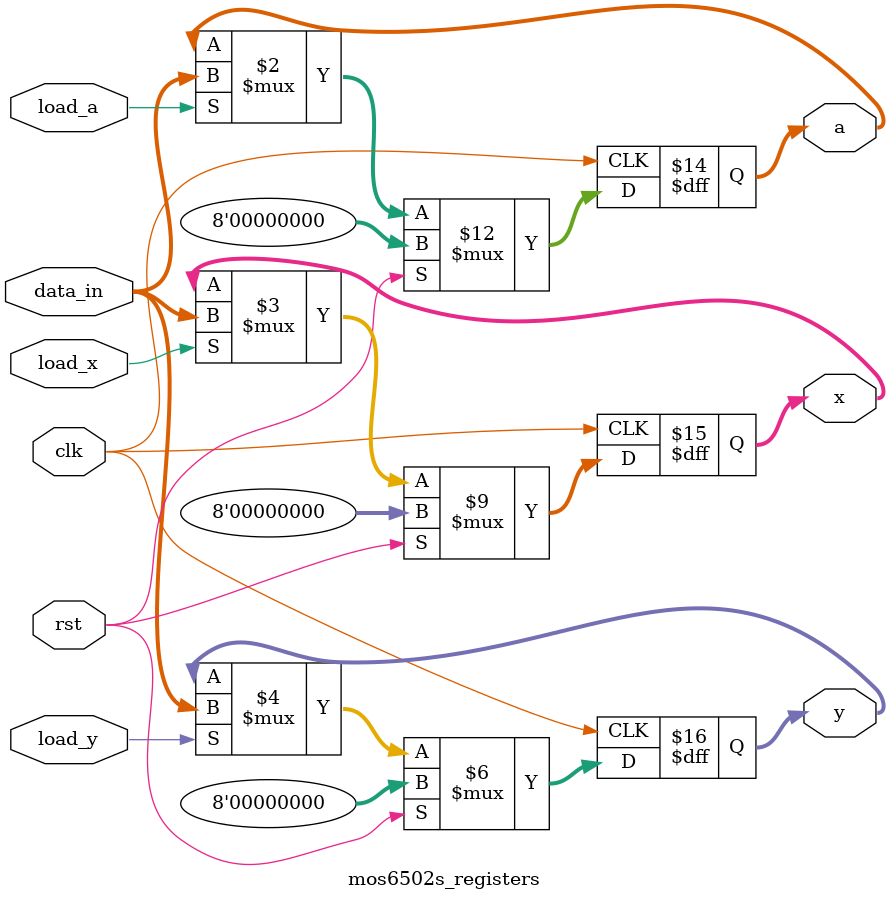
<source format=v>
module mos6502s_registers(
  input clk,
  input rst,
  input [7:0] data_in,
  input load_a,
  input load_x,
  input load_y,
  output reg [7:0] a,
  output reg [7:0] x,
  output reg [7:0] y
);

  always @(posedge clk) begin
  if (rst) begin
    a <= 8'd0;
    x <= 8'd0;
    y <= 8'd0;
  end
  else begin
    a <= (load_a ? data_in : a);
    x <= (load_x ? data_in : x);
    y <= (load_y ? data_in : y);
  end
  end

endmodule
</source>
